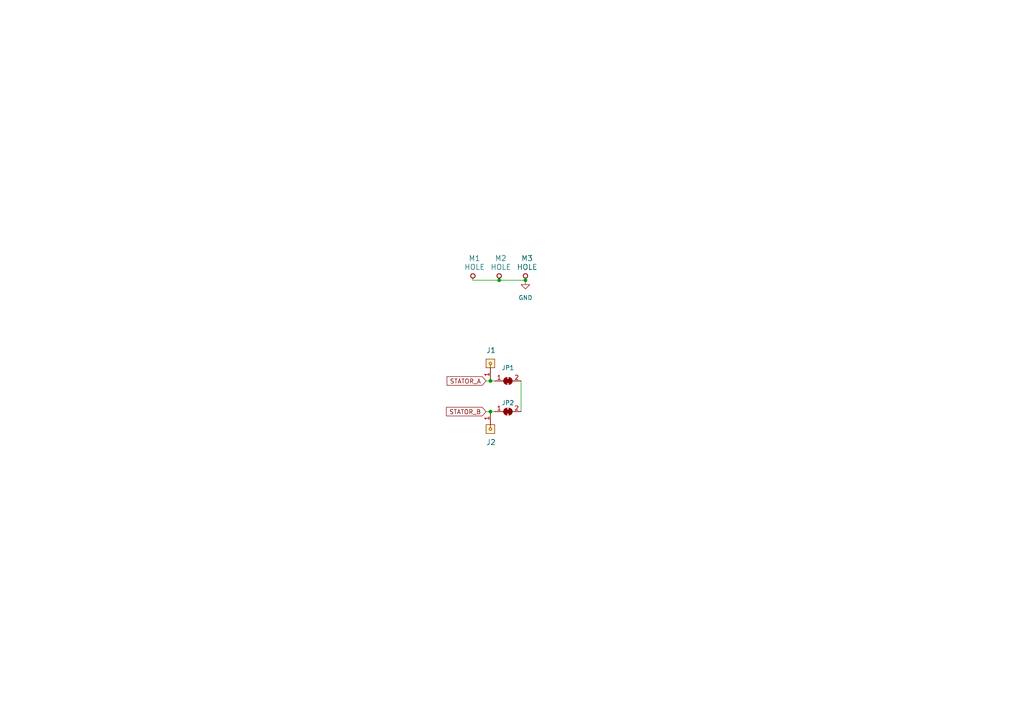
<source format=kicad_sch>
(kicad_sch (version 20230121) (generator eeschema)
  (paper "A4")
  (lib_symbols
    (symbol "Jumper:SolderJumper_2_Bridged" (pin_names (offset 0) hide)
      (property "Reference" "JP" (at 0 2.032 0))
      (property "Value" "SolderJumper_2_Bridged" (at 0 -2.54 0))
      (symbol "SolderJumper_2_Bridged_0_1"
        (rectangle (start -0.508 0.508) (end 0.508 -0.508) (fill (type outline)))
        (arc (start -0.254 1.016) (mid -1.2656 0) (end -0.254 -1.016))
        (arc (start -0.254 1.016) (mid -1.2656 0) (end -0.254 -1.016) (fill (type outline)))
        (polyline (pts (xy -0.254 1.016) (xy -0.254 -1.016)))
        (polyline (pts (xy 0.254 1.016) (xy 0.254 -1.016)))
        (arc (start 0.254 -1.016) (mid 1.2656 0) (end 0.254 1.016))
        (arc (start 0.254 -1.016) (mid 1.2656 0) (end 0.254 1.016) (fill (type outline)))
      )
      (symbol "SolderJumper_2_Bridged_1_1"
        (pin passive line (at -3.81 0 0) (length 2.54) (name "A") (number "1"))
        (pin passive line (at 3.81 0 180) (length 2.54) (name "B") (number "2"))
      )
    )
    (symbol "MLAB_HEADER:HEADER_1x01" (pin_names (offset 1.016))
      (property "Reference" "J" (at 0 -2.54 0))
      (property "Value" "HEADER_1x01" (at 0 2.54 0))
      (symbol "HEADER_1x01_0_1"
        (rectangle (start -1.27 1.27) (end 1.27 -1.27) (fill (type background)))
        (polyline (pts (xy -1.27 0) (xy -0.381 0)))
        (circle (center 0 0) (radius 0.381))
      )
      (symbol "HEADER_1x01_1_1"
        (pin input line (at -5.08 0 0) (length 3.81) (name "~") (number "1"))
      )
    )
    (symbol "MLAB_MECHANICAL:HOLE" (pin_numbers hide) (pin_names (offset 1.016) hide)
      (property "Reference" "M" (at 0 2.54 0))
      (property "Value" "HOLE" (at 0 -2.54 0))
      (symbol "HOLE_0_1"
        (circle (center 0 0) (radius 0.635) (stroke (width 0.254)))
      )
      (symbol "HOLE_1_1"
        (pin input line (at 1.27 0 180) (length 0.635) (name "~") (number "1"))
      )
    )
    (symbol "power:GND" (power) (pin_names (offset 0))
      (property "Value" "GND" (at 0 -3.81 0))
      (symbol "GND_0_1"
        (polyline (pts (xy 0 0) (xy 0 -1.27) (xy 1.27 -1.27) (xy 0 -2.54) (xy -1.27 -1.27) (xy 0 -1.27)))
      )
      (symbol "GND_1_1"
        (pin power_in line (at 0 0 270) (length 0) hide (name "GND") (number "1"))
      )
    )
  )
  (junction (at 142.24 119.38))
  (junction (at 144.78 81.28))
  (junction (at 142.24 110.49))
  (junction (at 152.4 81.28))
  (wire (pts (xy 142.24 119.38) (xy 143.51 119.38)))
  (wire (pts (xy 151.13 110.49) (xy 151.13 119.38)))
  (wire (pts (xy 142.24 110.49) (xy 140.97 110.49)))
  (wire (pts (xy 140.97 119.38) (xy 142.24 119.38)))
  (wire (pts (xy 143.51 110.49) (xy 142.24 110.49)))
  (wire (pts (xy 137.16 81.28) (xy 144.78 81.28)))
  (wire (pts (xy 144.78 81.28) (xy 152.4 81.28)))
  (global_label "STATOR_A" (shape input) (at 140.97 110.49 180) (property "Intersheetrefs" "${INTERSHEET_REFS}" (effects hide)))
  (global_label "STATOR_B" (shape input) (at 140.97 119.38 180) (property "Intersheetrefs" "${INTERSHEET_REFS}" (effects hide)))
  (symbol (lib_id "MLAB_MECHANICAL:HOLE") (at 144.78 80.01 270) (unit 1)
    (property "Reference" "M2" (at 143.51 74.93 90) (effects (font (size 1.524 1.524)) (justify left)))
    (property "Value" "HOLE" (at 142.24 77.47 90) (effects (font (size 1.524 1.524)) (justify left)))
    (property "Footprint" "Mlab_Mechanical:MountingHole_3mm" (effects hide))
  )
  (symbol (lib_id "Jumper:SolderJumper_2_Bridged") (at 147.32 110.49 0) (unit 1)
    (property "Reference" "JP1" (at 147.32 106.68 0))
    (property "Value" "SolderJumper_2_Bridged" (effects hide))
    (property "Footprint" "Jumper:SolderJumper-2_P1.3mm_Bridged_RoundedPad1.0x1.5mm" (effects hide))
  )
  (symbol (lib_id "MLAB_HEADER:HEADER_1x01") (at 142.24 124.46 270) (unit 1)
    (property "Reference" "J2" (at 140.97 128.27 90) (effects (font (size 1.524 1.524)) (justify left)))
    (property "Value" "HEADER_1x01" (effects hide))
    (property "Footprint" "TestPoint:TestPoint_Pad_D2.5mm" (effects hide))
  )
  (symbol (lib_id "MLAB_HEADER:HEADER_1x01") (at 142.24 105.41 90) (unit 1)
    (property "Reference" "J1" (at 140.97 101.6 90) (effects (font (size 1.524 1.524)) (justify right)))
    (property "Value" "HEADER_1x01" (effects hide))
    (property "Footprint" "TestPoint:TestPoint_Pad_D2.5mm" (effects hide))
  )
  (symbol (lib_id "Jumper:SolderJumper_2_Bridged") (at 147.32 119.38 0) (unit 1)
    (property "Reference" "JP2" (at 147.32 116.84 0))
    (property "Value" "SolderJumper_2_Bridged" (effects hide))
    (property "Footprint" "Jumper:SolderJumper-2_P1.3mm_Bridged_RoundedPad1.0x1.5mm" (effects hide))
  )
  (symbol (lib_id "power:GND") (at 152.4 81.28 0) (unit 1)
    (property "Reference" "#PWR01" (effects hide))
    (property "Value" "GND" (at 152.4 86.36 0))
  )
  (symbol (lib_id "MLAB_MECHANICAL:HOLE") (at 152.4 80.01 270) (unit 1)
    (property "Reference" "M3" (at 151.13 74.93 90) (effects (font (size 1.524 1.524)) (justify left)))
    (property "Value" "HOLE" (at 149.86 77.47 90) (effects (font (size 1.524 1.524)) (justify left)))
    (property "Footprint" "Mlab_Mechanical:MountingHole_3mm" (effects hide))
  )
  (symbol (lib_id "MLAB_MECHANICAL:HOLE") (at 137.16 80.01 270) (unit 1)
    (property "Reference" "M1" (at 135.89 74.93 90) (effects (font (size 1.524 1.524)) (justify left)))
    (property "Value" "HOLE" (at 134.62 77.47 90) (effects (font (size 1.524 1.524)) (justify left)))
    (property "Footprint" "Mlab_Mechanical:MountingHole_3mm" (effects hide))
  )
)
</source>
